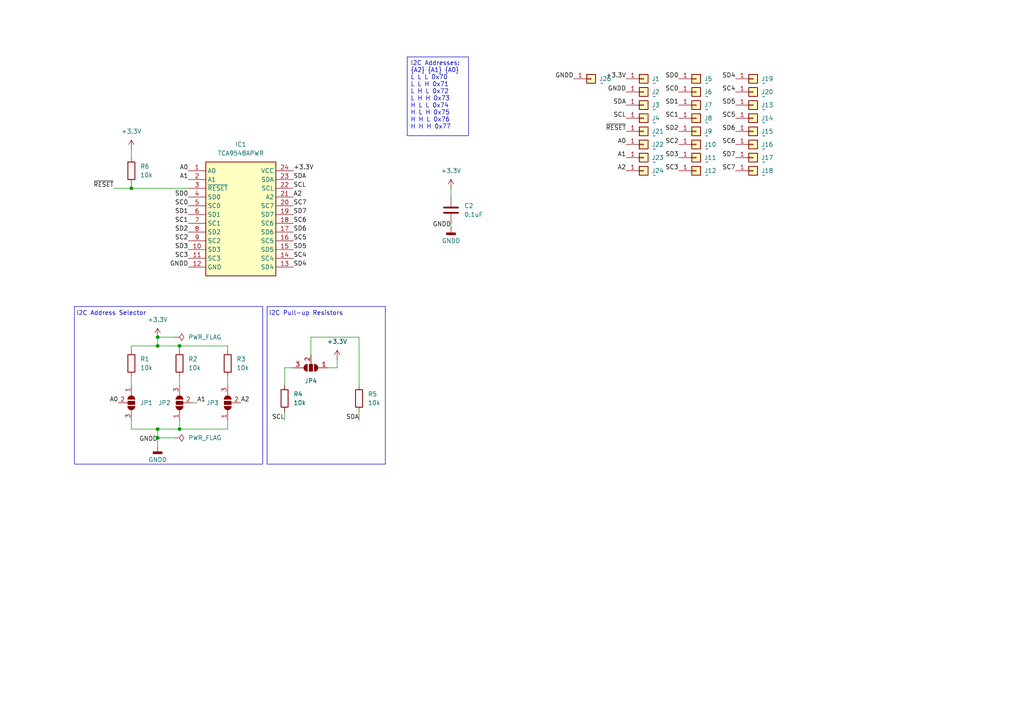
<source format=kicad_sch>
(kicad_sch (version 20231120) (generator "eeschema") (generator_version "8.0")
  (paper "A4")
  (title_block (title "Breakout Board: I²C Multiplexer based on TCA9548A") (date "2024-06-09") (rev "1") (company "Thomas Fanninger"))
  (lib_symbols
    (symbol "Connector_Generic:Conn_01x01" (pin_names (offset 1.016) hide)
      (property "Reference" "J" (at 0 2.54 0))
      (property "Value" "Conn_01x01" (at 0 -2.54 0))
      (symbol "Conn_01x01_1_1"
        (rectangle (start -1.27 0.127) (end 0 -0.127) (stroke (width 0.1524)))
        (rectangle (start -1.27 1.27) (end 1.27 -1.27) (stroke (width 0.254)) (fill (type background)))
        (pin passive line (at -5.08 0 0) (length 3.81) (name "Pin_1") (number "1"))
      )
    )
    (symbol "Device:C" (pin_numbers hide) (pin_names (offset 0.254))
      (property "Reference" "C" (at 0.635 2.54 0))
      (property "Value" "C" (at 0.635 -2.54 0))
      (symbol "C_0_1"
        (polyline (pts (xy -2.032 -0.762) (xy 2.032 -0.762)) (stroke (width 0.508)))
        (polyline (pts (xy -2.032 0.762) (xy 2.032 0.762)) (stroke (width 0.508)))
      )
      (symbol "C_1_1"
        (pin passive line (at 0 3.81 270) (length 2.794) (name "~") (number "1"))
        (pin passive line (at 0 -3.81 90) (length 2.794) (name "~") (number "2"))
      )
    )
    (symbol "Device:R" (pin_numbers hide) (pin_names (offset 0))
      (property "Reference" "R" (at 2.032 0 90))
      (property "Value" "R" (at 0 0 90))
      (symbol "R_0_1"
        (rectangle (start -1.016 -2.54) (end 1.016 2.54) (stroke (width 0.254)))
      )
      (symbol "R_1_1"
        (pin passive line (at 0 3.81 270) (length 1.27) (name "~") (number "1"))
        (pin passive line (at 0 -3.81 90) (length 1.27) (name "~") (number "2"))
      )
    )
    (symbol "Jumper:SolderJumper_3_Open" (pin_names (offset 0) hide) (exclude_from_sim yes) (in_bom no)
      (property "Reference" "JP" (at -2.54 -2.54 0))
      (property "Value" "SolderJumper_3_Open" (at 0 2.794 0))
      (symbol "SolderJumper_3_Open_0_1"
        (arc (start -1.016 1.016) (mid -2.0276 0) (end -1.016 -1.016))
        (arc (start -1.016 1.016) (mid -2.0276 0) (end -1.016 -1.016) (fill (type outline)))
        (rectangle (start -0.508 1.016) (end 0.508 -1.016) (fill (type outline)))
        (polyline (pts (xy -2.54 0) (xy -2.032 0)))
        (polyline (pts (xy -1.016 1.016) (xy -1.016 -1.016)))
        (polyline (pts (xy 0 -1.27) (xy 0 -1.016)))
        (polyline (pts (xy 1.016 1.016) (xy 1.016 -1.016)))
        (polyline (pts (xy 2.54 0) (xy 2.032 0)))
        (arc (start 1.016 -1.016) (mid 2.0276 0) (end 1.016 1.016))
        (arc (start 1.016 -1.016) (mid 2.0276 0) (end 1.016 1.016) (fill (type outline)))
      )
      (symbol "SolderJumper_3_Open_1_1"
        (pin passive line (at -5.08 0 0) (length 2.54) (name "A") (number "1"))
        (pin passive line (at 0 -3.81 90) (length 2.54) (name "C") (number "2"))
        (pin passive line (at 5.08 0 180) (length 2.54) (name "B") (number "3"))
      )
    )
    (symbol "TCA9548APWR:TCA9548APWR"
      (property "Reference" "IC" (at 26.67 7.62 0))
      (property "Value" "TCA9548APWR" (at 26.67 5.08 0))
      (symbol "TCA9548APWR_1_1"
        (rectangle (start 5.08 2.54) (end 25.4 -30.48) (stroke (width 0.254)) (fill (type background)))
        (pin passive line (at 0 0 0) (length 5.08) (name "A0") (number "1"))
        (pin passive line (at 0 -22.86 0) (length 5.08) (name "SD3") (number "10"))
        (pin passive line (at 0 -25.4 0) (length 5.08) (name "SC3") (number "11"))
        (pin passive line (at 0 -27.94 0) (length 5.08) (name "GND") (number "12"))
        (pin passive line (at 30.48 -27.94 180) (length 5.08) (name "SD4") (number "13"))
        (pin passive line (at 30.48 -25.4 180) (length 5.08) (name "SC4") (number "14"))
        (pin passive line (at 30.48 -22.86 180) (length 5.08) (name "SD5") (number "15"))
        (pin passive line (at 30.48 -20.32 180) (length 5.08) (name "SC5") (number "16"))
        (pin passive line (at 30.48 -17.78 180) (length 5.08) (name "SD6") (number "17"))
        (pin passive line (at 30.48 -15.24 180) (length 5.08) (name "SC6") (number "18"))
        (pin passive line (at 30.48 -12.7 180) (length 5.08) (name "SD7") (number "19"))
        (pin passive line (at 0 -2.54 0) (length 5.08) (name "A1") (number "2"))
        (pin passive line (at 30.48 -10.16 180) (length 5.08) (name "SC7") (number "20"))
        (pin passive line (at 30.48 -7.62 180) (length 5.08) (name "A2") (number "21"))
        (pin passive line (at 30.48 -5.08 180) (length 5.08) (name "SCL") (number "22"))
        (pin passive line (at 30.48 -2.54 180) (length 5.08) (name "SDA") (number "23"))
        (pin passive line (at 30.48 0 180) (length 5.08) (name "VCC") (number "24"))
        (pin passive line (at 0 -5.08 0) (length 5.08) (name "~{RESET}") (number "3"))
        (pin passive line (at 0 -7.62 0) (length 5.08) (name "SD0") (number "4"))
        (pin passive line (at 0 -10.16 0) (length 5.08) (name "SC0") (number "5"))
        (pin passive line (at 0 -12.7 0) (length 5.08) (name "SD1") (number "6"))
        (pin passive line (at 0 -15.24 0) (length 5.08) (name "SC1") (number "7"))
        (pin passive line (at 0 -17.78 0) (length 5.08) (name "SD2") (number "8"))
        (pin passive line (at 0 -20.32 0) (length 5.08) (name "SC2") (number "9"))
      )
    )
    (symbol "power:+3.3V" (power) (pin_numbers hide) (pin_names (offset 0) hide)
      (property "Value" "+3.3V" (at 0 3.556 0))
      (symbol "+3.3V_0_1"
        (polyline (pts (xy -0.762 1.27) (xy 0 2.54)))
        (polyline (pts (xy 0 0) (xy 0 2.54)))
        (polyline (pts (xy 0 2.54) (xy 0.762 1.27)))
      )
      (symbol "+3.3V_1_1"
        (pin power_in line (at 0 0 90) (length 0) (name "~") (number "1"))
      )
    )
    (symbol "power:GNDD" (power) (pin_numbers hide) (pin_names (offset 0) hide)
      (property "Value" "GNDD" (at 0 -3.175 0))
      (symbol "GNDD_0_1"
        (rectangle (start -1.27 -1.524) (end 1.27 -2.032) (stroke (width 0.254)) (fill (type outline)))
        (polyline (pts (xy 0 0) (xy 0 -1.524)))
      )
      (symbol "GNDD_1_1"
        (pin power_in line (at 0 0 270) (length 0) (name "~") (number "1"))
      )
    )
    (symbol "power:PWR_FLAG" (power) (pin_numbers hide) (pin_names (offset 0) hide)
      (property "Value" "PWR_FLAG" (at 0 3.81 0))
      (symbol "PWR_FLAG_0_0"
        (pin power_out line (at 0 0 90) (length 0) (name "~") (number "1"))
      )
      (symbol "PWR_FLAG_0_1"
        (polyline (pts (xy 0 0) (xy 0 1.27) (xy -1.016 1.905) (xy 0 2.54) (xy 1.016 1.905) (xy 0 1.27)))
      )
    )
  )
  (junction (at 45.72 97.79))
  (junction (at 45.72 124.46))
  (junction (at 45.72 100.33))
  (junction (at 38.1 54.61))
  (junction (at 52.07 100.33))
  (junction (at 52.07 124.46))
  (junction (at 45.72 127))
  (wire (pts (xy 38.1 53.34) (xy 38.1 54.61)))
  (wire (pts (xy 66.04 109.22) (xy 66.04 111.76)))
  (wire (pts (xy 52.07 101.6) (xy 52.07 100.33)))
  (wire (pts (xy 52.07 109.22) (xy 52.07 111.76)))
  (wire (pts (xy 38.1 54.61) (xy 54.61 54.61)))
  (wire (pts (xy 130.81 54.61) (xy 130.81 57.15)))
  (wire (pts (xy 45.72 127) (xy 50.8 127)))
  (wire (pts (xy 38.1 101.6) (xy 38.1 100.33)))
  (wire (pts (xy 38.1 109.22) (xy 38.1 111.76)))
  (wire (pts (xy 52.07 100.33) (xy 66.04 100.33)))
  (wire (pts (xy 52.07 124.46) (xy 66.04 124.46)))
  (wire (pts (xy 45.72 129.54) (xy 45.72 127)))
  (wire (pts (xy 95.25 106.68) (xy 97.79 106.68)))
  (wire (pts (xy 104.14 119.38) (xy 104.14 121.92)))
  (wire (pts (xy 38.1 43.18) (xy 38.1 45.72)))
  (wire (pts (xy 52.07 124.46) (xy 52.07 121.92)))
  (wire (pts (xy 33.02 54.61) (xy 38.1 54.61)))
  (wire (pts (xy 38.1 121.92) (xy 38.1 124.46)))
  (wire (pts (xy 90.17 97.79) (xy 90.17 102.87)))
  (wire (pts (xy 130.81 64.77) (xy 130.81 66.04)))
  (wire (pts (xy 82.55 111.76) (xy 82.55 106.68)))
  (wire (pts (xy 45.72 124.46) (xy 52.07 124.46)))
  (wire (pts (xy 97.79 106.68) (xy 97.79 104.14)))
  (wire (pts (xy 38.1 100.33) (xy 45.72 100.33)))
  (wire (pts (xy 66.04 101.6) (xy 66.04 100.33)))
  (wire (pts (xy 38.1 124.46) (xy 45.72 124.46)))
  (wire (pts (xy 45.72 100.33) (xy 52.07 100.33)))
  (wire (pts (xy 45.72 97.79) (xy 50.8 97.79)))
  (wire (pts (xy 45.72 127) (xy 45.72 124.46)))
  (wire (pts (xy 90.17 97.79) (xy 104.14 97.79)))
  (wire (pts (xy 104.14 97.79) (xy 104.14 111.76)))
  (wire (pts (xy 66.04 121.92) (xy 66.04 124.46)))
  (wire (pts (xy 82.55 119.38) (xy 82.55 121.92)))
  (wire (pts (xy 45.72 97.79) (xy 45.72 100.33)))
  (wire (pts (xy 82.55 106.68) (xy 85.09 106.68)))
  (wire (pts (xy 55.88 116.84) (xy 57.15 116.84)))
  (rectangle (start 21.59 88.9) (end 76.2 134.62))
  (rectangle (start 77.47 88.9) (end 111.76 134.62))
  (text_box "I2C Addresses: \n{A2} {A1} {A0}\nL L L 0x70\nL L H 0x71\nL H L 0x72\nL H H 0x73\nH L L 0x74\nH L H 0x75\nH H L 0x76\nH H H 0x77" (at 118.11 16.51 0) (size 17.78 22.86) (effects (font (size 1.27 1.27)) (justify left top)))
  (text "I2C Pull-up Resistors" (at 77.978 90.932 0) (effects (font (size 1.27 1.27)) (justify left)))
  (text "I2C Address Selector" (at 22.098 90.932 0) (effects (font (size 1.27 1.27)) (justify left)))
  (label "SC6" (at 85.09 64.77 0))
  (label "SCL" (at 85.09 54.61 0))
  (label "SC3" (at 196.85 49.53 180))
  (label "SC5" (at 213.36 34.29 180))
  (label "~{RESET}" (at 181.61 38.1 180))
  (label "SD0" (at 196.85 22.86 180))
  (label "SC7" (at 85.09 59.69 0))
  (label "SD5" (at 85.09 72.39 0))
  (label "SD7" (at 213.36 45.72 180))
  (label "SC4" (at 213.36 26.67 180))
  (label "A2" (at 69.85 116.84 0))
  (label "GNDD" (at 130.81 66.04 180))
  (label "A0" (at 181.61 41.91 180))
  (label "SDA" (at 181.61 30.48 180))
  (label "SC0" (at 196.85 26.67 180))
  (label "SDA" (at 85.09 52.07 0))
  (label "SD1" (at 196.85 30.48 180))
  (label "SDA" (at 104.14 121.92 180))
  (label "SC0" (at 54.61 59.69 180))
  (label "SC6" (at 213.36 41.91 180))
  (label "SD0" (at 54.61 57.15 180))
  (label "SC4" (at 85.09 74.93 0))
  (label "A0" (at 54.61 49.53 180))
  (label "GNDD" (at 166.37 22.86 180))
  (label "A1" (at 54.61 52.07 180))
  (label "SC1" (at 196.85 34.29 180))
  (label "SC5" (at 85.09 69.85 0))
  (label "SD3" (at 196.85 45.72 180))
  (label "GNDD" (at 45.72 128.27 180))
  (label "SD2" (at 196.85 38.1 180))
  (label "SD6" (at 213.36 38.1 180))
  (label "SD7" (at 85.09 62.23 0))
  (label "SD2" (at 54.61 67.31 180))
  (label "+3.3V" (at 181.61 22.86 180))
  (label "SD4" (at 213.36 22.86 180))
  (label "SD3" (at 54.61 72.39 180))
  (label "A0" (at 34.29 116.84 180))
  (label "A1" (at 181.61 45.72 180))
  (label "SCL" (at 181.61 34.29 180))
  (label "SC2" (at 196.85 41.91 180))
  (label "A1" (at 57.15 116.84 0))
  (label "~{RESET}" (at 33.02 54.61 180))
  (label "SCL" (at 82.55 121.92 180))
  (label "A2" (at 181.61 49.53 180))
  (label "SC7" (at 213.36 49.53 180))
  (label "SC1" (at 54.61 64.77 180))
  (label "GNDD" (at 54.61 77.47 180))
  (label "SC2" (at 54.61 69.85 180))
  (label "SC3" (at 54.61 74.93 180))
  (label "+3.3V" (at 85.09 49.53 0))
  (label "SD1" (at 54.61 62.23 180))
  (label "SD6" (at 85.09 67.31 0))
  (label "SD4" (at 85.09 77.47 0))
  (label "GNDD" (at 181.61 26.67 180))
  (label "SD5" (at 213.36 30.48 180))
  (label "A2" (at 85.09 57.15 0))
  (symbol (lib_id "Connector_Generic:Conn_01x01") (at 201.93 22.86 0) (unit 1) (in_bom no)
    (property "Reference" "J5" (at 204.216 22.86 0) (effects (justify left)))
    (property "Value" "~" (at 204.47 24.1299 0) (effects (justify left)))
    (property "Footprint" "Castellated_Holes:Castellated_Hole02" (effects (hide yes)))
    (property "Description" "Generic connector, single row, 01x01, script generated (kicad-library-utils/schlib/autogen/connector/)" (effects (hide yes)))
  )
  (symbol (lib_id "Jumper:SolderJumper_3_Open") (at 90.17 106.68 180) (unit 1) (exclude_from_sim yes) (in_bom no)
    (property "Reference" "JP4" (at 90.17 110.49 0))
    (property "Value" "SolderJumper_3_Open" (effects (hide yes)))
    (property "Footprint" "Jumper:SolderJumper-3_P1.3mm_Open_RoundedPad1.0x1.5mm" (effects (hide yes)))
    (property "Description" "Solder Jumper, 3-pole, open" (effects (hide yes)))
  )
  (symbol (lib_id "Connector_Generic:Conn_01x01") (at 186.69 26.67 0) (unit 1) (in_bom no)
    (property "Reference" "J2" (at 188.976 26.67 0) (effects (justify left)))
    (property "Value" "~" (at 189.23 27.9399 0) (effects (justify left)))
    (property "Footprint" "Castellated_Holes:Castellated_Hole02" (effects (hide yes)))
    (property "Description" "Generic connector, single row, 01x01, script generated (kicad-library-utils/schlib/autogen/connector/)" (effects (hide yes)))
  )
  (symbol (lib_id "Connector_Generic:Conn_01x01") (at 218.44 26.67 0) (unit 1) (in_bom no)
    (property "Reference" "J20" (at 220.726 26.67 0) (effects (justify left)))
    (property "Value" "~" (at 220.98 27.9399 0) (effects (justify left)))
    (property "Footprint" "Castellated_Holes:Castellated_Hole02" (effects (hide yes)))
    (property "Description" "Generic connector, single row, 01x01, script generated (kicad-library-utils/schlib/autogen/connector/)" (effects (hide yes)))
  )
  (symbol (lib_id "Connector_Generic:Conn_01x01") (at 218.44 22.86 0) (unit 1) (in_bom no)
    (property "Reference" "J19" (at 220.726 22.86 0) (effects (justify left)))
    (property "Value" "~" (at 220.98 24.1299 0) (effects (justify left)))
    (property "Footprint" "Castellated_Holes:Castellated_Hole02" (effects (hide yes)))
    (property "Description" "Generic connector, single row, 01x01, script generated (kicad-library-utils/schlib/autogen/connector/)" (effects (hide yes)))
  )
  (symbol (lib_id "Device:R") (at 38.1 105.41 180) (unit 1)
    (property "Reference" "R1" (at 40.64 104.1399 0) (effects (justify right)))
    (property "Value" "10k" (at 40.64 106.6799 0) (effects (justify right)))
    (property "Footprint" "Resistor_SMD:R_0402_1005Metric_Pad0.72x0.64mm_HandSolder" (effects (hide yes)))
    (property "Description" "Resistor" (effects (hide yes)))
  )
  (symbol (lib_id "power:PWR_FLAG") (at 50.8 127 270) (unit 1)
    (property "Reference" "#FLG02" (effects (hide yes)))
    (property "Value" "PWR_FLAG" (at 54.61 126.9999 90) (effects (justify left)))
    (property "Description" "Special symbol for telling ERC where power comes from" (effects (hide yes)))
  )
  (symbol (lib_id "Device:R") (at 66.04 105.41 180) (unit 1)
    (property "Reference" "R3" (at 68.58 104.1399 0) (effects (justify right)))
    (property "Value" "10k" (at 68.58 106.6799 0) (effects (justify right)))
    (property "Footprint" "Resistor_SMD:R_0402_1005Metric_Pad0.72x0.64mm_HandSolder" (effects (hide yes)))
    (property "Description" "Resistor" (effects (hide yes)))
  )
  (symbol (lib_id "Connector_Generic:Conn_01x01") (at 218.44 45.72 0) (unit 1) (in_bom no)
    (property "Reference" "J17" (at 220.726 45.72 0) (effects (justify left)))
    (property "Value" "~" (at 220.98 46.9899 0) (effects (justify left)))
    (property "Footprint" "Castellated_Holes:Castellated_Hole02" (effects (hide yes)))
    (property "Description" "Generic connector, single row, 01x01, script generated (kicad-library-utils/schlib/autogen/connector/)" (effects (hide yes)))
  )
  (symbol (lib_id "Connector_Generic:Conn_01x01") (at 218.44 34.29 0) (unit 1) (in_bom no)
    (property "Reference" "J14" (at 220.726 34.29 0) (effects (justify left)))
    (property "Value" "~" (at 220.98 35.5599 0) (effects (justify left)))
    (property "Footprint" "Castellated_Holes:Castellated_Hole02" (effects (hide yes)))
    (property "Description" "Generic connector, single row, 01x01, script generated (kicad-library-utils/schlib/autogen/connector/)" (effects (hide yes)))
  )
  (symbol (lib_id "Connector_Generic:Conn_01x01") (at 186.69 49.53 0) (unit 1) (on_board no)
    (property "Reference" "J24" (at 188.976 49.53 0) (effects (justify left)))
    (property "Value" "~" (at 189.23 50.7999 0) (effects (justify left)))
    (property "Footprint" "Castellated_Holes:Castellated_Hole02" (effects (hide yes)))
    (property "Description" "Generic connector, single row, 01x01, script generated (kicad-library-utils/schlib/autogen/connector/)" (effects (hide yes)))
  )
  (symbol (lib_id "power:PWR_FLAG") (at 50.8 97.79 270) (unit 1)
    (property "Reference" "#FLG01" (effects (hide yes)))
    (property "Value" "PWR_FLAG" (at 54.61 97.7899 90) (effects (justify left)))
    (property "Description" "Special symbol for telling ERC where power comes from" (effects (hide yes)))
  )
  (symbol (lib_id "power:GNDD") (at 130.81 66.04 0) (unit 1)
    (property "Reference" "#PWR05" (effects (hide yes)))
    (property "Value" "GNDD" (at 130.81 69.85 0))
    (property "Description" "Power symbol creates a global label with name \"GNDD\" , digital ground" (effects (hide yes)))
  )
  (symbol (lib_id "Connector_Generic:Conn_01x01") (at 201.93 49.53 0) (unit 1) (in_bom no)
    (property "Reference" "J12" (at 204.216 49.53 0) (effects (justify left)))
    (property "Value" "~" (at 204.47 50.7999 0) (effects (justify left)))
    (property "Footprint" "Castellated_Holes:Castellated_Hole02" (effects (hide yes)))
    (property "Description" "Generic connector, single row, 01x01, script generated (kicad-library-utils/schlib/autogen/connector/)" (effects (hide yes)))
  )
  (symbol (lib_id "Jumper:SolderJumper_3_Open") (at 66.04 116.84 90) (unit 1) (exclude_from_sim yes) (in_bom no)
    (property "Reference" "JP3" (at 63.5 116.8399 90) (effects (justify left)))
    (property "Value" "SolderJumper_3_Open" (effects (hide yes)))
    (property "Footprint" "Jumper:SolderJumper-3_P1.3mm_Open_RoundedPad1.0x1.5mm" (effects (hide yes)))
    (property "Description" "Solder Jumper, 3-pole, open" (effects (hide yes)))
  )
  (symbol (lib_id "Connector_Generic:Conn_01x01") (at 186.69 34.29 0) (unit 1) (in_bom no)
    (property "Reference" "J4" (at 188.976 34.29 0) (effects (justify left)))
    (property "Value" "~" (at 189.23 35.5599 0) (effects (justify left)))
    (property "Footprint" "Castellated_Holes:Castellated_Hole02" (effects (hide yes)))
    (property "Description" "Generic connector, single row, 01x01, script generated (kicad-library-utils/schlib/autogen/connector/)" (effects (hide yes)))
  )
  (symbol (lib_id "Connector_Generic:Conn_01x01") (at 186.69 38.1 0) (unit 1) (in_bom no)
    (property "Reference" "J21" (at 188.976 38.1 0) (effects (justify left)))
    (property "Value" "~" (at 189.23 39.3699 0) (effects (justify left)))
    (property "Footprint" "Castellated_Holes:Castellated_Hole02" (effects (hide yes)))
    (property "Description" "Generic connector, single row, 01x01, script generated (kicad-library-utils/schlib/autogen/connector/)" (effects (hide yes)))
  )
  (symbol (lib_id "Connector_Generic:Conn_01x01") (at 186.69 22.86 0) (unit 1) (in_bom no)
    (property "Reference" "J1" (at 188.976 22.86 0) (effects (justify left)))
    (property "Value" "~" (at 189.23 24.1299 0) (effects (justify left)))
    (property "Footprint" "Castellated_Holes:Castellated_Hole02" (effects (hide yes)))
    (property "Description" "Generic connector, single row, 01x01, script generated (kicad-library-utils/schlib/autogen/connector/)" (effects (hide yes)))
  )
  (symbol (lib_id "Connector_Generic:Conn_01x01") (at 201.93 34.29 0) (unit 1) (in_bom no)
    (property "Reference" "J8" (at 204.216 34.29 0) (effects (justify left)))
    (property "Value" "~" (at 204.47 35.5599 0) (effects (justify left)))
    (property "Footprint" "Castellated_Holes:Castellated_Hole02" (effects (hide yes)))
    (property "Description" "Generic connector, single row, 01x01, script generated (kicad-library-utils/schlib/autogen/connector/)" (effects (hide yes)))
  )
  (symbol (lib_id "Connector_Generic:Conn_01x01") (at 218.44 41.91 0) (unit 1) (in_bom no)
    (property "Reference" "J16" (at 220.726 41.91 0) (effects (justify left)))
    (property "Value" "~" (at 220.98 43.1799 0) (effects (justify left)))
    (property "Footprint" "Castellated_Holes:Castellated_Hole02" (effects (hide yes)))
    (property "Description" "Generic connector, single row, 01x01, script generated (kicad-library-utils/schlib/autogen/connector/)" (effects (hide yes)))
  )
  (symbol (lib_id "Device:R") (at 52.07 105.41 180) (unit 1)
    (property "Reference" "R2" (at 54.61 104.1399 0) (effects (justify right)))
    (property "Value" "10k" (at 54.61 106.6799 0) (effects (justify right)))
    (property "Footprint" "Resistor_SMD:R_0402_1005Metric_Pad0.72x0.64mm_HandSolder" (effects (hide yes)))
    (property "Description" "Resistor" (effects (hide yes)))
  )
  (symbol (lib_id "Connector_Generic:Conn_01x01") (at 186.69 41.91 0) (unit 1) (in_bom no)
    (property "Reference" "J22" (at 188.976 41.91 0) (effects (justify left)))
    (property "Value" "~" (at 189.23 43.1799 0) (effects (justify left)))
    (property "Footprint" "Castellated_Holes:Castellated_Hole02" (effects (hide yes)))
    (property "Description" "Generic connector, single row, 01x01, script generated (kicad-library-utils/schlib/autogen/connector/)" (effects (hide yes)))
  )
  (symbol (lib_id "Connector_Generic:Conn_01x01") (at 201.93 26.67 0) (unit 1) (in_bom no)
    (property "Reference" "J6" (at 204.216 26.67 0) (effects (justify left)))
    (property "Value" "~" (at 204.47 27.9399 0) (effects (justify left)))
    (property "Footprint" "Castellated_Holes:Castellated_Hole02" (effects (hide yes)))
    (property "Description" "Generic connector, single row, 01x01, script generated (kicad-library-utils/schlib/autogen/connector/)" (effects (hide yes)))
  )
  (symbol (lib_id "Device:R") (at 82.55 115.57 180) (unit 1)
    (property "Reference" "R4" (at 85.09 114.2999 0) (effects (justify right)))
    (property "Value" "10k" (at 85.09 116.8399 0) (effects (justify right)))
    (property "Footprint" "Resistor_SMD:R_0402_1005Metric_Pad0.72x0.64mm_HandSolder" (effects (hide yes)))
    (property "Description" "Resistor" (effects (hide yes)))
  )
  (symbol (lib_id "Connector_Generic:Conn_01x01") (at 201.93 45.72 0) (unit 1) (in_bom no)
    (property "Reference" "J11" (at 204.216 45.72 0) (effects (justify left)))
    (property "Value" "~" (at 204.47 46.9899 0) (effects (justify left)))
    (property "Footprint" "Castellated_Holes:Castellated_Hole02" (effects (hide yes)))
    (property "Description" "Generic connector, single row, 01x01, script generated (kicad-library-utils/schlib/autogen/connector/)" (effects (hide yes)))
  )
  (symbol (lib_id "Connector_Generic:Conn_01x01") (at 171.45 22.86 0) (unit 1) (in_bom no)
    (property "Reference" "J26" (at 173.736 22.86 0) (effects (justify left)))
    (property "Value" "~" (at 173.99 24.1299 0) (effects (justify left)))
    (property "Footprint" "Castellated_Holes:Castellated_Hole02" (effects (hide yes)))
    (property "Description" "Generic connector, single row, 01x01, script generated (kicad-library-utils/schlib/autogen/connector/)" (effects (hide yes)))
  )
  (symbol (lib_id "Device:R") (at 104.14 115.57 180) (unit 1)
    (property "Reference" "R5" (at 106.68 114.2999 0) (effects (justify right)))
    (property "Value" "10k" (at 106.68 116.8399 0) (effects (justify right)))
    (property "Footprint" "Resistor_SMD:R_0402_1005Metric_Pad0.72x0.64mm_HandSolder" (effects (hide yes)))
    (property "Description" "Resistor" (effects (hide yes)))
  )
  (symbol (lib_id "Jumper:SolderJumper_3_Open") (at 38.1 116.84 270) (unit 1) (exclude_from_sim yes) (in_bom no)
    (property "Reference" "JP1" (at 40.64 116.8399 90) (effects (justify left)))
    (property "Value" "SolderJumper_3_Open" (effects (hide yes)))
    (property "Footprint" "Jumper:SolderJumper-3_P1.3mm_Open_RoundedPad1.0x1.5mm" (effects (hide yes)))
    (property "Description" "Solder Jumper, 3-pole, open" (effects (hide yes)))
  )
  (symbol (lib_id "TCA9548APWR:TCA9548APWR") (at 54.61 49.53 0) (unit 1)
    (property "Reference" "IC1" (at 69.85 41.91 0))
    (property "Value" "TCA9548APWR" (at 69.85 44.45 0))
    (property "Footprint" "library:SOP65P640X120-24N" (effects (hide yes)))
    (property "Datasheet" "http://www.ti.com/lit/ds/symlink/tca9548a.pdf" (effects (hide yes)))
    (property "Description" "TEXAS INSTRUMENTS - TCA9548APWR - I2C SWITCH W/ RESET, 8-CH, TSSOP-24" (effects (hide yes)))
    (property "Height" "1.2" (effects (hide yes)))
    (property "Mouser Part Number" "595-TCA9548APWR" (effects (hide yes)))
    (property "Mouser Price/Stock" "https://www.mouser.co.uk/ProductDetail/Texas-Instruments/TCA9548APWR?qs=iFaFN7AS2WF%252BqSiJMbdYwQ%3D%3D" (effects (hide yes)))
    (property "Manufacturer_Name" "Texas Instruments" (effects (hide yes)))
    (property "Manufacturer_Part_Number" "TCA9548APWR" (effects (hide yes)))
  )
  (symbol (lib_id "Connector_Generic:Conn_01x01") (at 218.44 38.1 0) (unit 1) (in_bom no)
    (property "Reference" "J15" (at 220.726 38.1 0) (effects (justify left)))
    (property "Value" "~" (at 220.98 39.3699 0) (effects (justify left)))
    (property "Footprint" "Castellated_Holes:Castellated_Hole02" (effects (hide yes)))
    (property "Description" "Generic connector, single row, 01x01, script generated (kicad-library-utils/schlib/autogen/connector/)" (effects (hide yes)))
  )
  (symbol (lib_id "Connector_Generic:Conn_01x01") (at 201.93 30.48 0) (unit 1) (in_bom no)
    (property "Reference" "J7" (at 204.216 30.48 0) (effects (justify left)))
    (property "Value" "~" (at 204.47 31.7499 0) (effects (justify left)))
    (property "Footprint" "Castellated_Holes:Castellated_Hole02" (effects (hide yes)))
    (property "Description" "Generic connector, single row, 01x01, script generated (kicad-library-utils/schlib/autogen/connector/)" (effects (hide yes)))
  )
  (symbol (lib_id "power:+3.3V") (at 38.1 43.18 0) (unit 1)
    (property "Reference" "#PWR06" (effects (hide yes)))
    (property "Value" "+3.3V" (at 38.1 38.1 0))
    (property "Description" "Power symbol creates a global label with name \"+3.3V\"" (effects (hide yes)))
  )
  (symbol (lib_id "Device:R") (at 38.1 49.53 180) (unit 1)
    (property "Reference" "R6" (at 40.64 48.2599 0) (effects (justify right)))
    (property "Value" "10k" (at 40.64 50.7999 0) (effects (justify right)))
    (property "Footprint" "Resistor_SMD:R_0402_1005Metric_Pad0.72x0.64mm_HandSolder" (effects (hide yes)))
    (property "Description" "Resistor" (effects (hide yes)))
  )
  (symbol (lib_id "Connector_Generic:Conn_01x01") (at 218.44 49.53 0) (unit 1) (in_bom no)
    (property "Reference" "J18" (at 220.726 49.53 0) (effects (justify left)))
    (property "Value" "~" (at 220.98 50.7999 0) (effects (justify left)))
    (property "Footprint" "Castellated_Holes:Castellated_Hole02" (effects (hide yes)))
    (property "Description" "Generic connector, single row, 01x01, script generated (kicad-library-utils/schlib/autogen/connector/)" (effects (hide yes)))
  )
  (symbol (lib_id "power:+3.3V") (at 45.72 97.79 0) (unit 1)
    (property "Reference" "#PWR01" (effects (hide yes)))
    (property "Value" "+3.3V" (at 45.72 92.71 0))
    (property "Description" "Power symbol creates a global label with name \"+3.3V\"" (effects (hide yes)))
  )
  (symbol (lib_id "Connector_Generic:Conn_01x01") (at 186.69 30.48 0) (unit 1) (in_bom no)
    (property "Reference" "J3" (at 188.976 30.48 0) (effects (justify left)))
    (property "Value" "~" (at 189.23 31.7499 0) (effects (justify left)))
    (property "Footprint" "Castellated_Holes:Castellated_Hole02" (effects (hide yes)))
    (property "Description" "Generic connector, single row, 01x01, script generated (kicad-library-utils/schlib/autogen/connector/)" (effects (hide yes)))
  )
  (symbol (lib_id "Jumper:SolderJumper_3_Open") (at 52.07 116.84 90) (unit 1) (exclude_from_sim yes) (in_bom no)
    (property "Reference" "JP2" (at 49.53 116.8399 90) (effects (justify left)))
    (property "Value" "SolderJumper_3_Open" (effects (hide yes)))
    (property "Footprint" "Jumper:SolderJumper-3_P1.3mm_Open_RoundedPad1.0x1.5mm" (effects (hide yes)))
    (property "Description" "Solder Jumper, 3-pole, open" (effects (hide yes)))
  )
  (symbol (lib_id "Connector_Generic:Conn_01x01") (at 186.69 45.72 0) (unit 1) (on_board no)
    (property "Reference" "J23" (at 188.976 45.72 0) (effects (justify left)))
    (property "Value" "~" (at 189.23 46.9899 0) (effects (justify left)))
    (property "Footprint" "Castellated_Holes:Castellated_Hole02" (effects (hide yes)))
    (property "Description" "Generic connector, single row, 01x01, script generated (kicad-library-utils/schlib/autogen/connector/)" (effects (hide yes)))
  )
  (symbol (lib_id "Connector_Generic:Conn_01x01") (at 201.93 41.91 0) (unit 1) (in_bom no)
    (property "Reference" "J10" (at 204.216 41.91 0) (effects (justify left)))
    (property "Value" "~" (at 204.47 43.1799 0) (effects (justify left)))
    (property "Footprint" "Castellated_Holes:Castellated_Hole02" (effects (hide yes)))
    (property "Description" "Generic connector, single row, 01x01, script generated (kicad-library-utils/schlib/autogen/connector/)" (effects (hide yes)))
  )
  (symbol (lib_id "Connector_Generic:Conn_01x01") (at 218.44 30.48 0) (unit 1) (in_bom no)
    (property "Reference" "J13" (at 220.726 30.48 0) (effects (justify left)))
    (property "Value" "~" (at 220.98 31.7499 0) (effects (justify left)))
    (property "Footprint" "Castellated_Holes:Castellated_Hole02" (effects (hide yes)))
    (property "Description" "Generic connector, single row, 01x01, script generated (kicad-library-utils/schlib/autogen/connector/)" (effects (hide yes)))
  )
  (symbol (lib_id "power:+3.3V") (at 97.79 104.14 0) (unit 1)
    (property "Reference" "#PWR03" (effects (hide yes)))
    (property "Value" "+3.3V" (at 97.79 99.06 0))
    (property "Description" "Power symbol creates a global label with name \"+3.3V\"" (effects (hide yes)))
  )
  (symbol (lib_id "power:GNDD") (at 45.72 129.54 0) (unit 1)
    (property "Reference" "#PWR02" (effects (hide yes)))
    (property "Value" "GNDD" (at 45.72 133.35 0))
    (property "Description" "Power symbol creates a global label with name \"GNDD\" , digital ground" (effects (hide yes)))
  )
  (symbol (lib_id "Device:C") (at 130.81 60.96 0) (unit 1)
    (property "Reference" "C2" (at 134.62 59.6899 0) (effects (justify left)))
    (property "Value" "0.1uF" (at 134.62 62.2299 0) (effects (justify left)))
    (property "Footprint" "Capacitor_SMD:C_0402_1005Metric_Pad0.74x0.62mm_HandSolder" (effects (hide yes)))
    (property "Description" "Unpolarized capacitor" (effects (hide yes)))
  )
  (symbol (lib_id "Connector_Generic:Conn_01x01") (at 201.93 38.1 0) (unit 1) (in_bom no)
    (property "Reference" "J9" (at 204.216 38.1 0) (effects (justify left)))
    (property "Value" "~" (at 204.47 39.3699 0) (effects (justify left)))
    (property "Footprint" "Castellated_Holes:Castellated_Hole02" (effects (hide yes)))
    (property "Description" "Generic connector, single row, 01x01, script generated (kicad-library-utils/schlib/autogen/connector/)" (effects (hide yes)))
  )
  (symbol (lib_id "power:+3.3V") (at 130.81 54.61 0) (unit 1)
    (property "Reference" "#PWR04" (effects (hide yes)))
    (property "Value" "+3.3V" (at 130.81 49.53 0))
    (property "Description" "Power symbol creates a global label with name \"+3.3V\"" (effects (hide yes)))
  )
)
</source>
